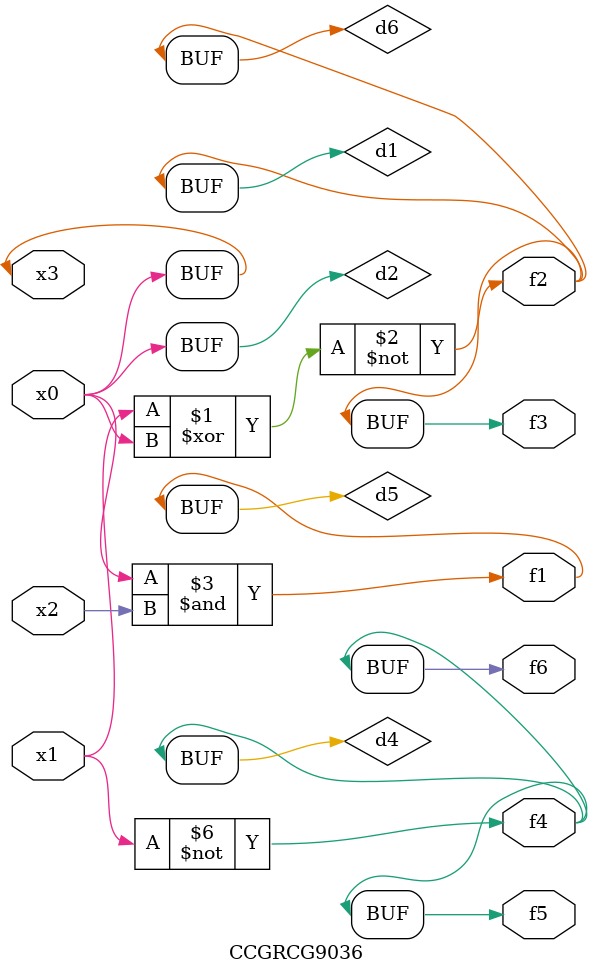
<source format=v>
module CCGRCG9036(
	input x0, x1, x2, x3,
	output f1, f2, f3, f4, f5, f6
);

	wire d1, d2, d3, d4, d5, d6;

	xnor (d1, x1, x3);
	buf (d2, x0, x3);
	nand (d3, x0, x2);
	not (d4, x1);
	nand (d5, d3);
	or (d6, d1);
	assign f1 = d5;
	assign f2 = d6;
	assign f3 = d6;
	assign f4 = d4;
	assign f5 = d4;
	assign f6 = d4;
endmodule

</source>
